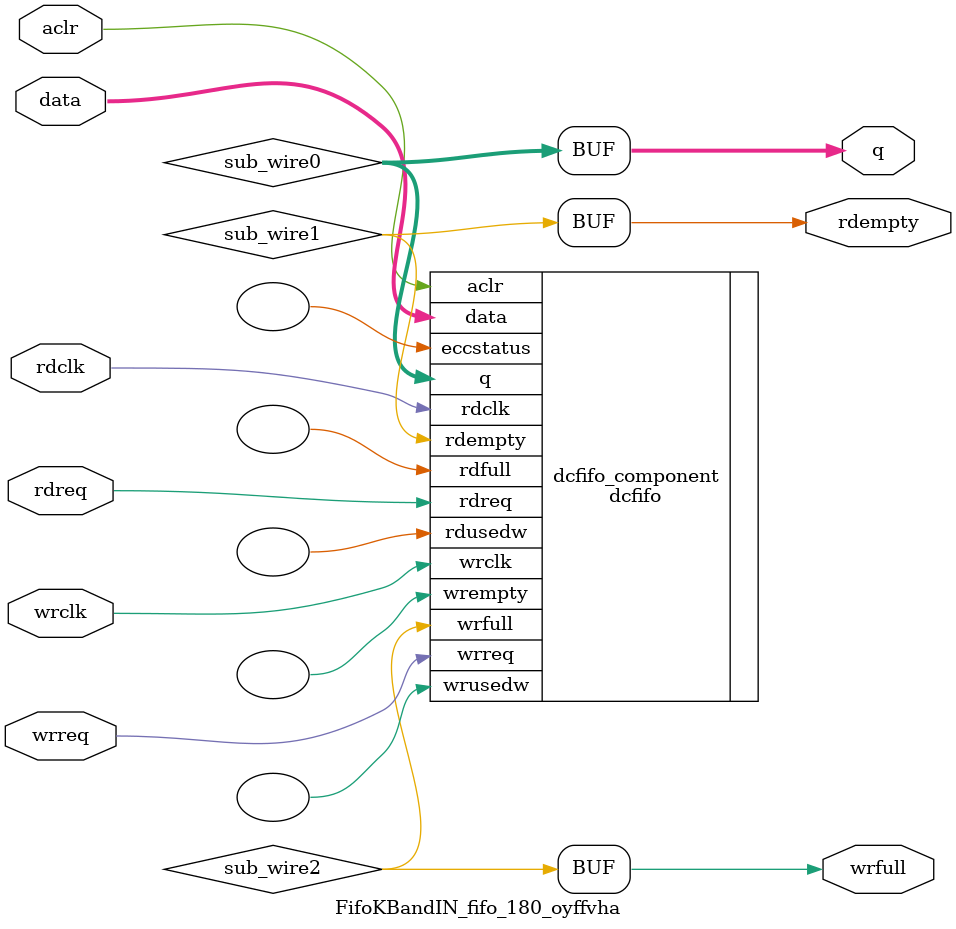
<source format=v>



`timescale 1 ps / 1 ps
// synopsys translate_on
module  FifoKBandIN_fifo_180_oyffvha  (
    aclr,
    data,
    rdclk,
    rdreq,
    wrclk,
    wrreq,
    q,
    rdempty,
    wrfull);

    input    aclr;
    input  [2:0]  data;
    input    rdclk;
    input    rdreq;
    input    wrclk;
    input    wrreq;
    output [2:0]  q;
    output   rdempty;
    output   wrfull;
`ifndef ALTERA_RESERVED_QIS
// synopsys translate_off
`endif
    tri0     aclr;
`ifndef ALTERA_RESERVED_QIS
// synopsys translate_on
`endif

    wire [2:0] sub_wire0;
    wire  sub_wire1;
    wire  sub_wire2;
    wire [2:0] q = sub_wire0[2:0];
    wire  rdempty = sub_wire1;
    wire  wrfull = sub_wire2;

    dcfifo  dcfifo_component (
                .aclr (aclr),
                .data (data),
                .rdclk (rdclk),
                .rdreq (rdreq),
                .wrclk (wrclk),
                .wrreq (wrreq),
                .q (sub_wire0),
                .rdempty (sub_wire1),
                .wrfull (sub_wire2),
                .eccstatus (),
                .rdfull (),
                .rdusedw (),
                .wrempty (),
                .wrusedw ());
    defparam
        dcfifo_component.enable_ecc  = "FALSE",
        dcfifo_component.intended_device_family  = "Cyclone 10 GX",
        dcfifo_component.lpm_hint  = "DISABLE_DCFIFO_EMBEDDED_TIMING_CONSTRAINT=TRUE",
        dcfifo_component.lpm_numwords  = 16,
        dcfifo_component.lpm_showahead  = "OFF",
        dcfifo_component.lpm_type  = "dcfifo",
        dcfifo_component.lpm_width  = 3,
        dcfifo_component.lpm_widthu  = 4,
        dcfifo_component.overflow_checking  = "OFF",
        dcfifo_component.rdsync_delaypipe  = 6,
        dcfifo_component.read_aclr_synch  = "OFF",
        dcfifo_component.underflow_checking  = "OFF",
        dcfifo_component.use_eab  = "ON",
        dcfifo_component.write_aclr_synch  = "OFF",
        dcfifo_component.wrsync_delaypipe  = 6;


endmodule



</source>
